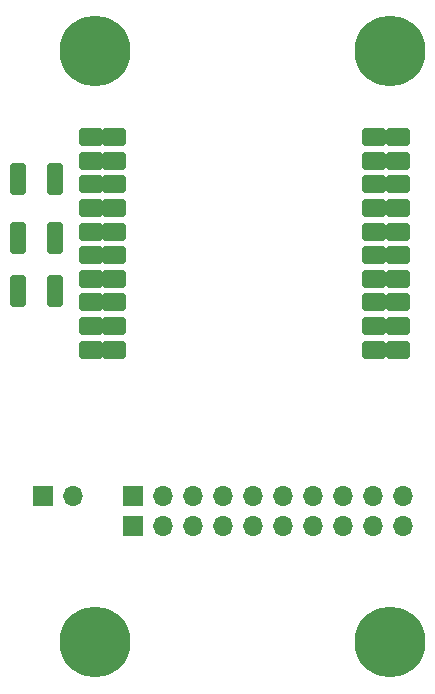
<source format=gts>
%TF.GenerationSoftware,KiCad,Pcbnew,9.0.0*%
%TF.CreationDate,2025-04-04T06:59:08-07:00*%
%TF.ProjectId,XBee Pro THT Mounting PCB,58426565-2050-4726-9f20-544854204d6f,rev?*%
%TF.SameCoordinates,Original*%
%TF.FileFunction,Soldermask,Top*%
%TF.FilePolarity,Negative*%
%FSLAX46Y46*%
G04 Gerber Fmt 4.6, Leading zero omitted, Abs format (unit mm)*
G04 Created by KiCad (PCBNEW 9.0.0) date 2025-04-04 06:59:08*
%MOMM*%
%LPD*%
G01*
G04 APERTURE LIST*
G04 Aperture macros list*
%AMRoundRect*
0 Rectangle with rounded corners*
0 $1 Rounding radius*
0 $2 $3 $4 $5 $6 $7 $8 $9 X,Y pos of 4 corners*
0 Add a 4 corners polygon primitive as box body*
4,1,4,$2,$3,$4,$5,$6,$7,$8,$9,$2,$3,0*
0 Add four circle primitives for the rounded corners*
1,1,$1+$1,$2,$3*
1,1,$1+$1,$4,$5*
1,1,$1+$1,$6,$7*
1,1,$1+$1,$8,$9*
0 Add four rect primitives between the rounded corners*
20,1,$1+$1,$2,$3,$4,$5,0*
20,1,$1+$1,$4,$5,$6,$7,0*
20,1,$1+$1,$6,$7,$8,$9,0*
20,1,$1+$1,$8,$9,$2,$3,0*%
G04 Aperture macros list end*
%ADD10C,6.000000*%
%ADD11RoundRect,0.250000X-0.412500X-1.100000X0.412500X-1.100000X0.412500X1.100000X-0.412500X1.100000X0*%
%ADD12R,1.700000X1.700000*%
%ADD13O,1.700000X1.700000*%
%ADD14RoundRect,0.225000X-0.775000X-0.525000X0.775000X-0.525000X0.775000X0.525000X-0.775000X0.525000X0*%
G04 APERTURE END LIST*
D10*
%TO.C,REF\u002A\u002A*%
X106600000Y-61800000D03*
%TD*%
%TO.C,REF\u002A\u002A*%
X131600000Y-61800000D03*
%TD*%
D11*
%TO.C,C1*%
X100137500Y-72600000D03*
X103262500Y-72600000D03*
%TD*%
%TO.C,C2*%
X100137500Y-77600000D03*
X103262500Y-77600000D03*
%TD*%
D12*
%TO.C,J3*%
X102240000Y-99400000D03*
D13*
X104780000Y-99400000D03*
%TD*%
D10*
%TO.C,REF\u002A\u002A*%
X106600000Y-111800000D03*
%TD*%
D12*
%TO.C,J2*%
X109860000Y-101940000D03*
D13*
X112400000Y-101940000D03*
X114940000Y-101940000D03*
X117480000Y-101940000D03*
X120020000Y-101940000D03*
X122560000Y-101940000D03*
X125100000Y-101940000D03*
X127640000Y-101940000D03*
X130180000Y-101940000D03*
X132720000Y-101940000D03*
%TD*%
D12*
%TO.C,J1*%
X109860000Y-99400000D03*
D13*
X112400000Y-99400000D03*
X114940000Y-99400000D03*
X117480000Y-99400000D03*
X120020000Y-99400000D03*
X122560000Y-99400000D03*
X125100000Y-99400000D03*
X127640000Y-99400000D03*
X130180000Y-99400000D03*
X132720000Y-99400000D03*
%TD*%
D10*
%TO.C,REF\u002A\u002A*%
X131600000Y-111800000D03*
%TD*%
D14*
%TO.C,XBee1*%
X106277500Y-69045000D03*
X108277500Y-69045000D03*
X106277500Y-71045000D03*
X108277500Y-71045000D03*
X106277500Y-73045000D03*
X108277500Y-73045000D03*
X106277500Y-75045000D03*
X108277500Y-75045000D03*
X106277500Y-77045000D03*
X108277500Y-77045000D03*
X106277500Y-79045000D03*
X108277500Y-79045000D03*
X106277500Y-81045000D03*
X108277500Y-81045000D03*
X106277500Y-83045000D03*
X108277500Y-83045000D03*
X106277500Y-85045000D03*
X108277500Y-85045000D03*
X106277500Y-87045000D03*
X108277500Y-87045000D03*
X130277500Y-87045000D03*
X132277500Y-87045000D03*
X130277500Y-85045000D03*
X132277500Y-85045000D03*
X130277500Y-83045000D03*
X132277500Y-83045000D03*
X130277500Y-81045000D03*
X132277500Y-81045000D03*
X130277500Y-79045000D03*
X132277500Y-79045000D03*
X130277500Y-77045000D03*
X132277500Y-77045000D03*
X130277500Y-75045000D03*
X132277500Y-75045000D03*
X130277500Y-73045000D03*
X132277500Y-73045000D03*
X130277500Y-71045000D03*
X132277500Y-71045000D03*
X130277500Y-69045000D03*
X132277500Y-69045000D03*
%TD*%
D11*
%TO.C,C3*%
X100137500Y-82100000D03*
X103262500Y-82100000D03*
%TD*%
M02*

</source>
